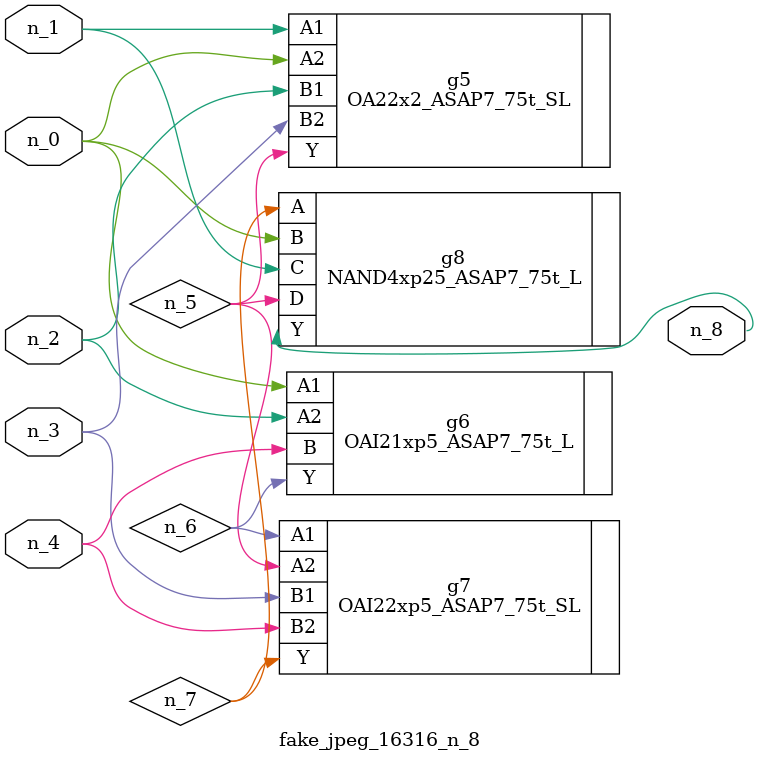
<source format=v>
module fake_jpeg_16316_n_8 (n_3, n_2, n_1, n_0, n_4, n_8);

input n_3;
input n_2;
input n_1;
input n_0;
input n_4;

output n_8;

wire n_6;
wire n_5;
wire n_7;

OA22x2_ASAP7_75t_SL g5 ( 
.A1(n_1),
.A2(n_0),
.B1(n_2),
.B2(n_3),
.Y(n_5)
);

OAI21xp5_ASAP7_75t_L g6 ( 
.A1(n_0),
.A2(n_2),
.B(n_4),
.Y(n_6)
);

OAI22xp5_ASAP7_75t_SL g7 ( 
.A1(n_6),
.A2(n_5),
.B1(n_3),
.B2(n_4),
.Y(n_7)
);

NAND4xp25_ASAP7_75t_L g8 ( 
.A(n_7),
.B(n_0),
.C(n_1),
.D(n_5),
.Y(n_8)
);


endmodule
</source>
